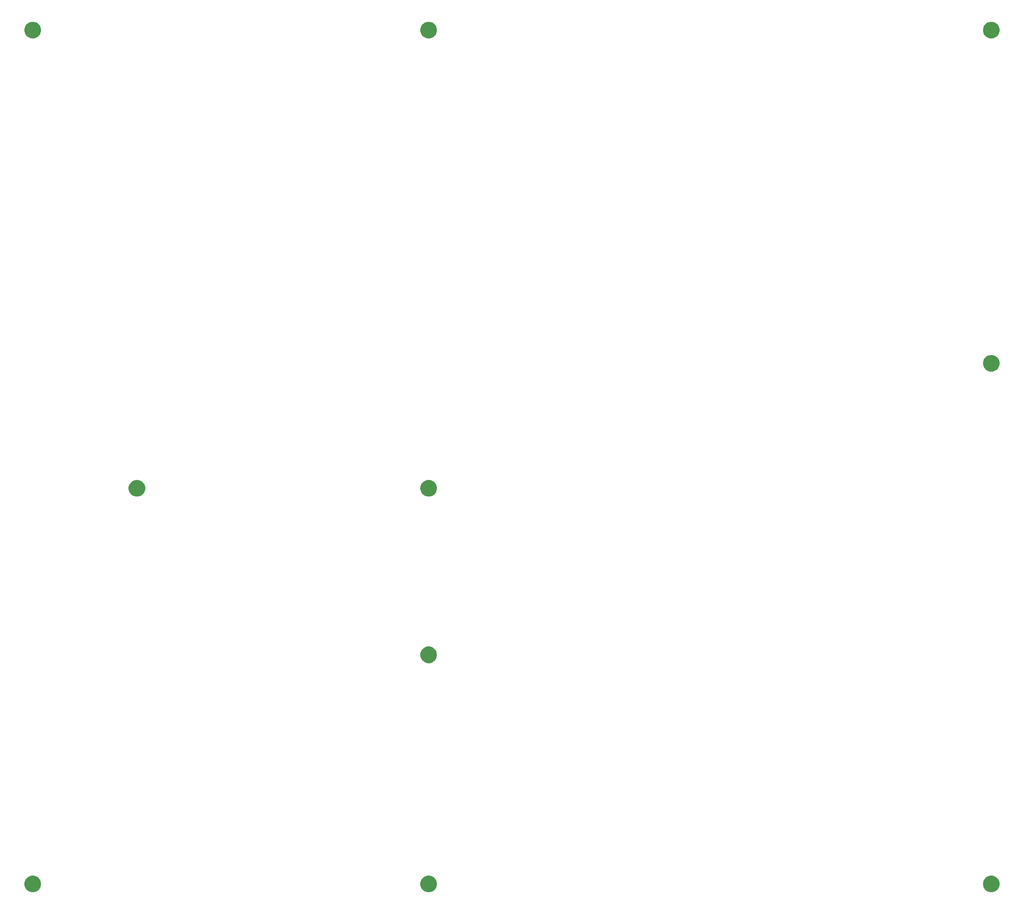
<source format=gbr>
%TF.GenerationSoftware,Altium Limited,Altium Designer,24.7.2 (38)*%
G04 Layer_Color=0*
%FSLAX43Y43*%
%MOMM*%
%TF.SameCoordinates,3DDE4B3C-03A5-4BC3-9972-2EF5A5DF1AA7*%
%TF.FilePolarity,Positive*%
%TF.FileFunction,NonPlated,1,2,NPTH,Drill*%
%TF.Part,Single*%
G01*
G75*
G36*
X233000Y5000D02*
Y4803D01*
X233077Y4417D01*
X233228Y4053D01*
X233447Y3725D01*
X233725Y3447D01*
X234053Y3228D01*
X234417Y3077D01*
X234803Y3000D01*
X235000D01*
X235197D01*
X235583Y3077D01*
X235947Y3228D01*
X236275Y3447D01*
X236553Y3725D01*
X236772Y4053D01*
X236923Y4417D01*
X237000Y4803D01*
Y5000D01*
Y5197D01*
X236923Y5583D01*
X236772Y5947D01*
X236553Y6275D01*
X236275Y6554D01*
X235947Y6772D01*
X235583Y6923D01*
X235197Y7000D01*
X235000D01*
X234803D01*
X234417Y6923D01*
X234053Y6772D01*
X233725Y6554D01*
X233447Y6275D01*
X233228Y5947D01*
X233077Y5583D01*
X233000Y5197D01*
Y5000D01*
D01*
D02*
G37*
G36*
Y210000D02*
Y209803D01*
X233077Y209417D01*
X233228Y209053D01*
X233447Y208725D01*
X233725Y208446D01*
X234053Y208228D01*
X234417Y208077D01*
X234803Y208000D01*
X235000D01*
X235197D01*
X235583Y208077D01*
X235947Y208228D01*
X236275Y208446D01*
X236553Y208725D01*
X236772Y209053D01*
X236923Y209417D01*
X237000Y209803D01*
Y210000D01*
Y210197D01*
X236923Y210583D01*
X236772Y210947D01*
X236553Y211275D01*
X236275Y211553D01*
X235947Y211772D01*
X235583Y211923D01*
X235197Y212000D01*
X235000D01*
X234803D01*
X234417Y211923D01*
X234053Y211772D01*
X233725Y211553D01*
X233447Y211275D01*
X233228Y210947D01*
X233077Y210583D01*
X233000Y210197D01*
Y210000D01*
D01*
D02*
G37*
G36*
Y130000D02*
Y129803D01*
X233077Y129417D01*
X233228Y129053D01*
X233447Y128725D01*
X233725Y128446D01*
X234053Y128228D01*
X234417Y128077D01*
X234803Y128000D01*
X235000D01*
X235197D01*
X235583Y128077D01*
X235947Y128228D01*
X236275Y128446D01*
X236553Y128725D01*
X236772Y129053D01*
X236923Y129417D01*
X237000Y129803D01*
Y130000D01*
Y130197D01*
X236923Y130583D01*
X236772Y130947D01*
X236553Y131275D01*
X236275Y131553D01*
X235947Y131772D01*
X235583Y131923D01*
X235197Y132000D01*
X235000D01*
X234803D01*
X234417Y131923D01*
X234053Y131772D01*
X233725Y131553D01*
X233447Y131275D01*
X233228Y130947D01*
X233077Y130583D01*
X233000Y130197D01*
Y130000D01*
D01*
D02*
G37*
G36*
X98000Y5000D02*
Y4803D01*
X98077Y4417D01*
X98228Y4053D01*
X98447Y3725D01*
X98725Y3447D01*
X99053Y3228D01*
X99417Y3077D01*
X99803Y3000D01*
X100000D01*
X100197D01*
X100583Y3077D01*
X100947Y3228D01*
X101275Y3447D01*
X101553Y3725D01*
X101772Y4053D01*
X101923Y4417D01*
X102000Y4803D01*
Y5000D01*
Y5197D01*
X101923Y5583D01*
X101772Y5947D01*
X101553Y6275D01*
X101275Y6554D01*
X100947Y6772D01*
X100583Y6923D01*
X100197Y7000D01*
X100000D01*
X99803D01*
X99417Y6923D01*
X99053Y6772D01*
X98725Y6554D01*
X98447Y6275D01*
X98228Y5947D01*
X98077Y5583D01*
X98000Y5197D01*
Y5000D01*
D01*
D02*
G37*
G36*
X100000Y208000D02*
X99803D01*
X99417Y208077D01*
X99053Y208228D01*
X98725Y208446D01*
X98447Y208725D01*
X98228Y209053D01*
X98077Y209417D01*
X98000Y209803D01*
Y210000D01*
Y210197D01*
X98077Y210583D01*
X98228Y210947D01*
X98447Y211275D01*
X98725Y211553D01*
X99053Y211772D01*
X99417Y211923D01*
X99803Y212000D01*
X100000D01*
X100197D01*
X100583Y211923D01*
X100947Y211772D01*
X101275Y211553D01*
X101553Y211275D01*
X101772Y210947D01*
X101923Y210583D01*
X102000Y210197D01*
Y210000D01*
Y209803D01*
X101923Y209417D01*
X101772Y209053D01*
X101553Y208725D01*
X101275Y208446D01*
X100947Y208228D01*
X100583Y208077D01*
X100197Y208000D01*
X100000D01*
D01*
D02*
G37*
G36*
X30000Y98000D02*
X29803D01*
X29417Y98077D01*
X29053Y98228D01*
X28725Y98447D01*
X28447Y98725D01*
X28228Y99053D01*
X28077Y99417D01*
X28000Y99803D01*
Y100000D01*
Y100197D01*
X28077Y100583D01*
X28228Y100947D01*
X28447Y101275D01*
X28725Y101553D01*
X29053Y101772D01*
X29417Y101923D01*
X29803Y102000D01*
X30000D01*
X30197D01*
X30583Y101923D01*
X30947Y101772D01*
X31275Y101553D01*
X31553Y101275D01*
X31772Y100947D01*
X31923Y100583D01*
X32000Y100197D01*
Y100000D01*
Y99803D01*
X31923Y99417D01*
X31772Y99053D01*
X31553Y98725D01*
X31275Y98447D01*
X30947Y98228D01*
X30583Y98077D01*
X30197Y98000D01*
X30000D01*
D01*
D02*
G37*
G36*
X5000Y208000D02*
X4803D01*
X4417Y208077D01*
X4053Y208228D01*
X3725Y208446D01*
X3447Y208725D01*
X3228Y209053D01*
X3077Y209417D01*
X3000Y209803D01*
Y210000D01*
Y210197D01*
X3077Y210583D01*
X3228Y210947D01*
X3447Y211275D01*
X3725Y211553D01*
X4053Y211772D01*
X4417Y211923D01*
X4803Y212000D01*
X5000D01*
X5197D01*
X5583Y211923D01*
X5947Y211772D01*
X6275Y211553D01*
X6554Y211275D01*
X6772Y210947D01*
X6923Y210583D01*
X7000Y210197D01*
Y210000D01*
Y209803D01*
X6923Y209417D01*
X6772Y209053D01*
X6554Y208725D01*
X6275Y208446D01*
X5947Y208228D01*
X5583Y208077D01*
X5197Y208000D01*
X5000D01*
D01*
D02*
G37*
G36*
X100000Y98000D02*
X99803D01*
X99417Y98077D01*
X99053Y98228D01*
X98725Y98447D01*
X98447Y98725D01*
X98228Y99053D01*
X98077Y99417D01*
X98000Y99803D01*
Y100000D01*
Y100197D01*
X98077Y100583D01*
X98228Y100947D01*
X98447Y101275D01*
X98725Y101553D01*
X99053Y101772D01*
X99417Y101923D01*
X99803Y102000D01*
X100000D01*
X100197D01*
X100583Y101923D01*
X100947Y101772D01*
X101275Y101553D01*
X101553Y101275D01*
X101772Y100947D01*
X101923Y100583D01*
X102000Y100197D01*
Y100000D01*
Y99803D01*
X101923Y99417D01*
X101772Y99053D01*
X101553Y98725D01*
X101275Y98447D01*
X100947Y98228D01*
X100583Y98077D01*
X100197Y98000D01*
X100000D01*
D01*
D02*
G37*
G36*
X98000Y60000D02*
Y59803D01*
X98077Y59417D01*
X98228Y59053D01*
X98447Y58725D01*
X98725Y58446D01*
X99053Y58228D01*
X99417Y58077D01*
X99803Y58000D01*
X100000D01*
X100197D01*
X100583Y58077D01*
X100947Y58228D01*
X101275Y58446D01*
X101553Y58725D01*
X101772Y59053D01*
X101923Y59417D01*
X102000Y59803D01*
Y60000D01*
Y60197D01*
X101923Y60583D01*
X101772Y60947D01*
X101553Y61275D01*
X101275Y61554D01*
X100947Y61772D01*
X100583Y61923D01*
X100197Y62000D01*
X100000D01*
X99803D01*
X99417Y61923D01*
X99053Y61772D01*
X98725Y61554D01*
X98447Y61275D01*
X98228Y60947D01*
X98077Y60583D01*
X98000Y60197D01*
Y60000D01*
D01*
D02*
G37*
G36*
X5000Y3000D02*
X4803D01*
X4417Y3077D01*
X4053Y3228D01*
X3725Y3447D01*
X3447Y3725D01*
X3228Y4053D01*
X3077Y4417D01*
X3000Y4803D01*
Y5000D01*
Y5197D01*
X3077Y5583D01*
X3228Y5947D01*
X3447Y6275D01*
X3725Y6554D01*
X4053Y6772D01*
X4417Y6923D01*
X4803Y7000D01*
X5000D01*
X5197D01*
X5583Y6923D01*
X5947Y6772D01*
X6275Y6554D01*
X6554Y6275D01*
X6772Y5947D01*
X6923Y5583D01*
X7000Y5197D01*
Y5000D01*
Y4803D01*
X6923Y4417D01*
X6772Y4053D01*
X6554Y3725D01*
X6275Y3447D01*
X5947Y3228D01*
X5583Y3077D01*
X5197Y3000D01*
X5000D01*
D01*
D02*
G37*
%TF.MD5,d197e60fb652a98b29edeb035d785531*%
M02*

</source>
